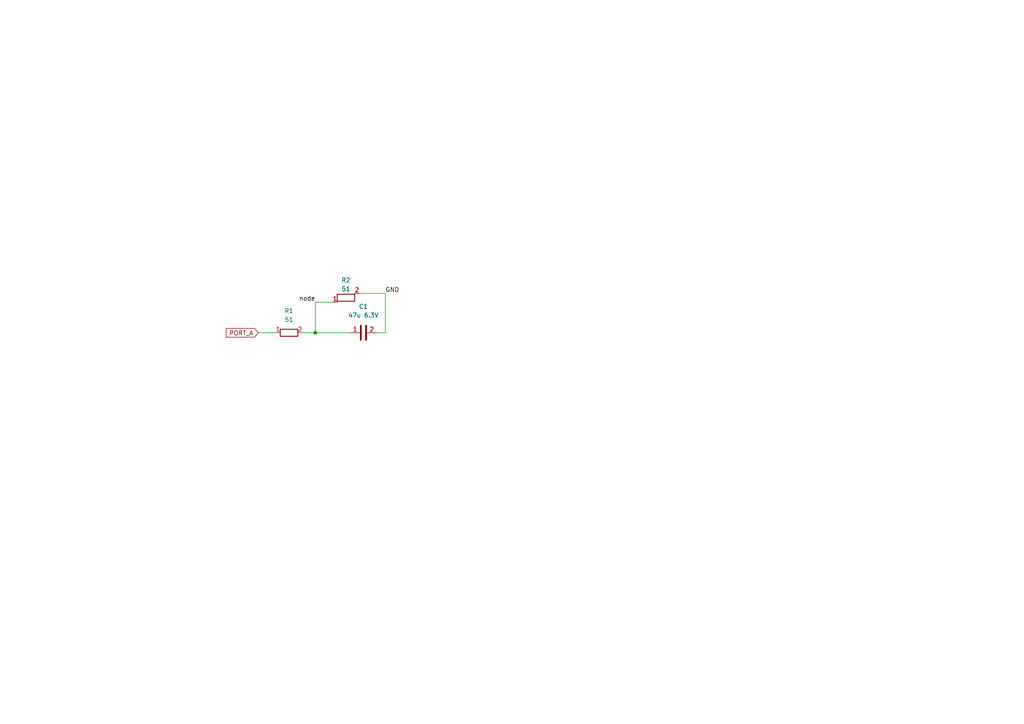
<source format=kicad_sch>
(kicad_sch (version 20211123) (generator eeschema)
  (paper "A4")
  (title_block (title "Simple Circuit") (date "2022-08-02") (rev "v01"))
  (lib_symbols
    (symbol "Device:C" (pin_names (offset 0.254))
      (property "Reference" "C" (at 0.635 2.54 0))
      (property "Value" "C" (at 0.635 -2.54 0))
      (symbol "C_0_1"
        (polyline (pts (xy -2.032 -0.762) (xy 2.032 -0.762)) (stroke (width 0.508)))
        (polyline (pts (xy -2.032 0.762) (xy 2.032 0.762)) (stroke (width 0.508)))
      )
      (symbol "C_1_1"
        (pin passive line (at 0 3.81 270) (length 2.794) (name "~") (number "1"))
        (pin passive line (at 0 -3.81 90) (length 2.794) (name "~") (number "2"))
      )
    )
    (symbol "Device:R" (pin_names (offset 0))
      (property "Reference" "R" (at 2.032 0 90))
      (property "Value" "R" (at 0 0 90))
      (symbol "R_0_1"
        (rectangle (start -1.016 -2.54) (end 1.016 2.54) (stroke (width 0.254)))
      )
      (symbol "R_1_1"
        (pin passive line (at 0 3.81 270) (length 1.27) (name "~") (number "1"))
        (pin passive line (at 0 -3.81 90) (length 1.27) (name "~") (number "2"))
      )
    )
    (symbol "R_1" (pin_names (offset 0))
      (property "Reference" "R2" (at 0 6.35 90))
      (property "Value" "R_1" (at 0 3.81 90))
      (symbol "R_1_0_1"
        (rectangle (start -1.016 -2.54) (end 1.016 2.54) (stroke (width 0.254)))
      )
      (symbol "R_1_1_1"
        (pin passive line (at -1.27 3.81 270) (length 1.27) (name "~") (number "1"))
        (pin passive line (at 1.27 -3.81 90) (length 1.27) (name "~") (number "2"))
      )
    )
  )
  (junction (at 91.44 96.52))
  (wire (pts (xy 91.44 87.63) (xy 91.44 96.52)))
  (wire (pts (xy 111.76 85.09) (xy 111.76 96.52)))
  (wire (pts (xy 104.14 85.09) (xy 111.76 85.09)))
  (wire (pts (xy 74.93 96.52) (xy 80.01 96.52)))
  (wire (pts (xy 91.44 87.63) (xy 96.52 87.63)))
  (wire (pts (xy 87.63 96.52) (xy 91.44 96.52)))
  (wire (pts (xy 109.22 96.52) (xy 111.76 96.52)))
  (wire (pts (xy 91.44 96.52) (xy 101.6 96.52)))
  (label "node" (at 91.44 87.63 180))
  (label "GND" (at 111.76 85.09 0))
  (global_label "PORT_A" (shape input) (at 74.93 96.52 180) (property "Intersheet References" "${INTERSHEET_REFS}" (effects hide)))
  (symbol (lib_id "Device:R") (at 83.82 96.52 90) (unit 1)
    (property "Reference" "R1" (at 83.82 90.17 90))
    (property "Value" "51" (at 83.82 92.71 90))
  )
  (symbol (lib_name "R_1") (lib_id "Device:R") (at 100.33 86.36 90) (unit 1)
    (property "Reference" "R2" (at 100.33 81.28 90))
    (property "Value" "51" (at 100.33 83.82 90))
  )
  (symbol (lib_id "Device:C") (at 105.41 96.52 90) (unit 1)
    (property "Reference" "C1" (at 105.41 88.9 90))
    (property "Value" "47u 6.3V" (at 105.41 91.44 90))
  )
)
</source>
